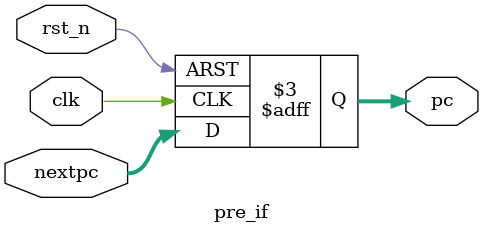
<source format=v>
`include "include.h"

module pre_if (
	 input  	clk    // Clock
	,input  	rst_n

	,input  	[31:0] nextpc
	,output reg [31:0] pc
);



always @(posedge clk or negedge rst_n) begin
	// 2022/3/20 21:41:12
	// 初始化位置应该是可以选择的
	if (rst_n == 1'b0)
		pc <= 0;
	else
		pc <= nextpc;
end


endmodule

</source>
